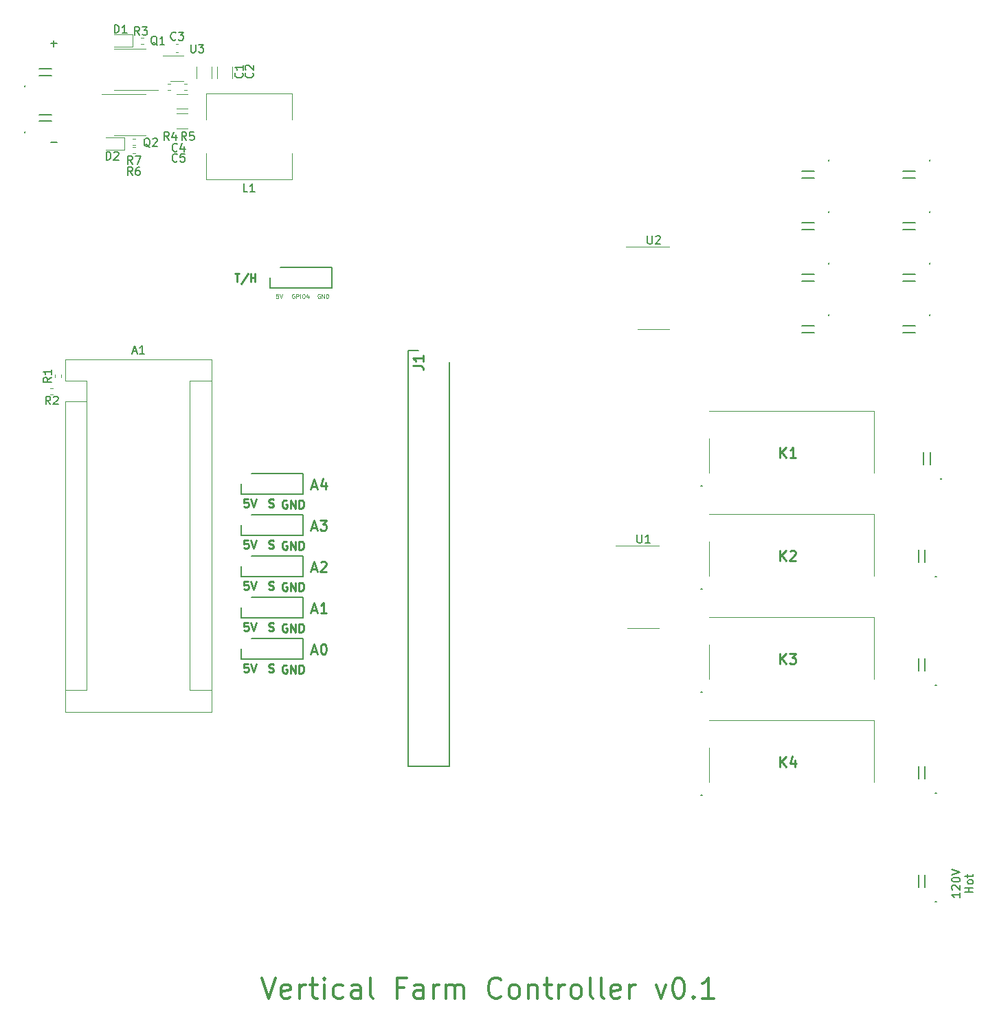
<source format=gbr>
%TF.GenerationSoftware,KiCad,Pcbnew,6.0.8-f2edbf62ab~116~ubuntu20.04.1*%
%TF.CreationDate,2022-10-25T18:56:43-07:00*%
%TF.ProjectId,Control_Board,436f6e74-726f-46c5-9f42-6f6172642e6b,rev?*%
%TF.SameCoordinates,Original*%
%TF.FileFunction,Legend,Top*%
%TF.FilePolarity,Positive*%
%FSLAX46Y46*%
G04 Gerber Fmt 4.6, Leading zero omitted, Abs format (unit mm)*
G04 Created by KiCad (PCBNEW 6.0.8-f2edbf62ab~116~ubuntu20.04.1) date 2022-10-25 18:56:43*
%MOMM*%
%LPD*%
G01*
G04 APERTURE LIST*
%ADD10C,0.250000*%
%ADD11C,0.300000*%
%ADD12C,0.125000*%
%ADD13C,0.150000*%
%ADD14C,0.254000*%
%ADD15C,0.200000*%
%ADD16C,0.120000*%
%ADD17C,0.100000*%
G04 APERTURE END LIST*
D10*
X68135523Y-102195380D02*
X67659333Y-102195380D01*
X67611714Y-102671571D01*
X67659333Y-102623952D01*
X67754571Y-102576333D01*
X67992666Y-102576333D01*
X68087904Y-102623952D01*
X68135523Y-102671571D01*
X68183142Y-102766809D01*
X68183142Y-103004904D01*
X68135523Y-103100142D01*
X68087904Y-103147761D01*
X67992666Y-103195380D01*
X67754571Y-103195380D01*
X67659333Y-103147761D01*
X67611714Y-103100142D01*
X68468857Y-102195380D02*
X68802190Y-103195380D01*
X69135523Y-102195380D01*
X68135523Y-92035380D02*
X67659333Y-92035380D01*
X67611714Y-92511571D01*
X67659333Y-92463952D01*
X67754571Y-92416333D01*
X67992666Y-92416333D01*
X68087904Y-92463952D01*
X68135523Y-92511571D01*
X68183142Y-92606809D01*
X68183142Y-92844904D01*
X68135523Y-92940142D01*
X68087904Y-92987761D01*
X67992666Y-93035380D01*
X67754571Y-93035380D01*
X67659333Y-92987761D01*
X67611714Y-92940142D01*
X68468857Y-92035380D02*
X68802190Y-93035380D01*
X69135523Y-92035380D01*
D11*
X69789523Y-151009047D02*
X70636190Y-153549047D01*
X71482857Y-151009047D01*
X73297142Y-153428095D02*
X73055238Y-153549047D01*
X72571428Y-153549047D01*
X72329523Y-153428095D01*
X72208571Y-153186190D01*
X72208571Y-152218571D01*
X72329523Y-151976666D01*
X72571428Y-151855714D01*
X73055238Y-151855714D01*
X73297142Y-151976666D01*
X73418095Y-152218571D01*
X73418095Y-152460476D01*
X72208571Y-152702380D01*
X74506666Y-153549047D02*
X74506666Y-151855714D01*
X74506666Y-152339523D02*
X74627619Y-152097619D01*
X74748571Y-151976666D01*
X74990476Y-151855714D01*
X75232380Y-151855714D01*
X75716190Y-151855714D02*
X76683809Y-151855714D01*
X76079047Y-151009047D02*
X76079047Y-153186190D01*
X76200000Y-153428095D01*
X76441904Y-153549047D01*
X76683809Y-153549047D01*
X77530476Y-153549047D02*
X77530476Y-151855714D01*
X77530476Y-151009047D02*
X77409523Y-151130000D01*
X77530476Y-151250952D01*
X77651428Y-151130000D01*
X77530476Y-151009047D01*
X77530476Y-151250952D01*
X79828571Y-153428095D02*
X79586666Y-153549047D01*
X79102857Y-153549047D01*
X78860952Y-153428095D01*
X78740000Y-153307142D01*
X78619047Y-153065238D01*
X78619047Y-152339523D01*
X78740000Y-152097619D01*
X78860952Y-151976666D01*
X79102857Y-151855714D01*
X79586666Y-151855714D01*
X79828571Y-151976666D01*
X82005714Y-153549047D02*
X82005714Y-152218571D01*
X81884761Y-151976666D01*
X81642857Y-151855714D01*
X81159047Y-151855714D01*
X80917142Y-151976666D01*
X82005714Y-153428095D02*
X81763809Y-153549047D01*
X81159047Y-153549047D01*
X80917142Y-153428095D01*
X80796190Y-153186190D01*
X80796190Y-152944285D01*
X80917142Y-152702380D01*
X81159047Y-152581428D01*
X81763809Y-152581428D01*
X82005714Y-152460476D01*
X83578095Y-153549047D02*
X83336190Y-153428095D01*
X83215238Y-153186190D01*
X83215238Y-151009047D01*
X87327619Y-152218571D02*
X86480952Y-152218571D01*
X86480952Y-153549047D02*
X86480952Y-151009047D01*
X87690476Y-151009047D01*
X89746666Y-153549047D02*
X89746666Y-152218571D01*
X89625714Y-151976666D01*
X89383809Y-151855714D01*
X88900000Y-151855714D01*
X88658095Y-151976666D01*
X89746666Y-153428095D02*
X89504761Y-153549047D01*
X88900000Y-153549047D01*
X88658095Y-153428095D01*
X88537142Y-153186190D01*
X88537142Y-152944285D01*
X88658095Y-152702380D01*
X88900000Y-152581428D01*
X89504761Y-152581428D01*
X89746666Y-152460476D01*
X90956190Y-153549047D02*
X90956190Y-151855714D01*
X90956190Y-152339523D02*
X91077142Y-152097619D01*
X91198095Y-151976666D01*
X91440000Y-151855714D01*
X91681904Y-151855714D01*
X92528571Y-153549047D02*
X92528571Y-151855714D01*
X92528571Y-152097619D02*
X92649523Y-151976666D01*
X92891428Y-151855714D01*
X93254285Y-151855714D01*
X93496190Y-151976666D01*
X93617142Y-152218571D01*
X93617142Y-153549047D01*
X93617142Y-152218571D02*
X93738095Y-151976666D01*
X93980000Y-151855714D01*
X94342857Y-151855714D01*
X94584761Y-151976666D01*
X94705714Y-152218571D01*
X94705714Y-153549047D01*
X99301904Y-153307142D02*
X99180952Y-153428095D01*
X98818095Y-153549047D01*
X98576190Y-153549047D01*
X98213333Y-153428095D01*
X97971428Y-153186190D01*
X97850476Y-152944285D01*
X97729523Y-152460476D01*
X97729523Y-152097619D01*
X97850476Y-151613809D01*
X97971428Y-151371904D01*
X98213333Y-151130000D01*
X98576190Y-151009047D01*
X98818095Y-151009047D01*
X99180952Y-151130000D01*
X99301904Y-151250952D01*
X100753333Y-153549047D02*
X100511428Y-153428095D01*
X100390476Y-153307142D01*
X100269523Y-153065238D01*
X100269523Y-152339523D01*
X100390476Y-152097619D01*
X100511428Y-151976666D01*
X100753333Y-151855714D01*
X101116190Y-151855714D01*
X101358095Y-151976666D01*
X101479047Y-152097619D01*
X101600000Y-152339523D01*
X101600000Y-153065238D01*
X101479047Y-153307142D01*
X101358095Y-153428095D01*
X101116190Y-153549047D01*
X100753333Y-153549047D01*
X102688571Y-151855714D02*
X102688571Y-153549047D01*
X102688571Y-152097619D02*
X102809523Y-151976666D01*
X103051428Y-151855714D01*
X103414285Y-151855714D01*
X103656190Y-151976666D01*
X103777142Y-152218571D01*
X103777142Y-153549047D01*
X104623809Y-151855714D02*
X105591428Y-151855714D01*
X104986666Y-151009047D02*
X104986666Y-153186190D01*
X105107619Y-153428095D01*
X105349523Y-153549047D01*
X105591428Y-153549047D01*
X106438095Y-153549047D02*
X106438095Y-151855714D01*
X106438095Y-152339523D02*
X106559047Y-152097619D01*
X106680000Y-151976666D01*
X106921904Y-151855714D01*
X107163809Y-151855714D01*
X108373333Y-153549047D02*
X108131428Y-153428095D01*
X108010476Y-153307142D01*
X107889523Y-153065238D01*
X107889523Y-152339523D01*
X108010476Y-152097619D01*
X108131428Y-151976666D01*
X108373333Y-151855714D01*
X108736190Y-151855714D01*
X108978095Y-151976666D01*
X109099047Y-152097619D01*
X109220000Y-152339523D01*
X109220000Y-153065238D01*
X109099047Y-153307142D01*
X108978095Y-153428095D01*
X108736190Y-153549047D01*
X108373333Y-153549047D01*
X110671428Y-153549047D02*
X110429523Y-153428095D01*
X110308571Y-153186190D01*
X110308571Y-151009047D01*
X112001904Y-153549047D02*
X111760000Y-153428095D01*
X111639047Y-153186190D01*
X111639047Y-151009047D01*
X113937142Y-153428095D02*
X113695238Y-153549047D01*
X113211428Y-153549047D01*
X112969523Y-153428095D01*
X112848571Y-153186190D01*
X112848571Y-152218571D01*
X112969523Y-151976666D01*
X113211428Y-151855714D01*
X113695238Y-151855714D01*
X113937142Y-151976666D01*
X114058095Y-152218571D01*
X114058095Y-152460476D01*
X112848571Y-152702380D01*
X115146666Y-153549047D02*
X115146666Y-151855714D01*
X115146666Y-152339523D02*
X115267619Y-152097619D01*
X115388571Y-151976666D01*
X115630476Y-151855714D01*
X115872380Y-151855714D01*
X118412380Y-151855714D02*
X119017142Y-153549047D01*
X119621904Y-151855714D01*
X121073333Y-151009047D02*
X121315238Y-151009047D01*
X121557142Y-151130000D01*
X121678095Y-151250952D01*
X121799047Y-151492857D01*
X121920000Y-151976666D01*
X121920000Y-152581428D01*
X121799047Y-153065238D01*
X121678095Y-153307142D01*
X121557142Y-153428095D01*
X121315238Y-153549047D01*
X121073333Y-153549047D01*
X120831428Y-153428095D01*
X120710476Y-153307142D01*
X120589523Y-153065238D01*
X120468571Y-152581428D01*
X120468571Y-151976666D01*
X120589523Y-151492857D01*
X120710476Y-151250952D01*
X120831428Y-151130000D01*
X121073333Y-151009047D01*
X123008571Y-153307142D02*
X123129523Y-153428095D01*
X123008571Y-153549047D01*
X122887619Y-153428095D01*
X123008571Y-153307142D01*
X123008571Y-153549047D01*
X125548571Y-153549047D02*
X124097142Y-153549047D01*
X124822857Y-153549047D02*
X124822857Y-151009047D01*
X124580952Y-151371904D01*
X124339047Y-151613809D01*
X124097142Y-151734761D01*
D12*
X76987447Y-66806000D02*
X76939828Y-66782190D01*
X76868400Y-66782190D01*
X76796971Y-66806000D01*
X76749352Y-66853619D01*
X76725542Y-66901238D01*
X76701733Y-66996476D01*
X76701733Y-67067904D01*
X76725542Y-67163142D01*
X76749352Y-67210761D01*
X76796971Y-67258380D01*
X76868400Y-67282190D01*
X76916019Y-67282190D01*
X76987447Y-67258380D01*
X77011257Y-67234571D01*
X77011257Y-67067904D01*
X76916019Y-67067904D01*
X77225542Y-67282190D02*
X77225542Y-66782190D01*
X77511257Y-67282190D01*
X77511257Y-66782190D01*
X77749352Y-67282190D02*
X77749352Y-66782190D01*
X77868400Y-66782190D01*
X77939828Y-66806000D01*
X77987447Y-66853619D01*
X78011257Y-66901238D01*
X78035066Y-66996476D01*
X78035066Y-67067904D01*
X78011257Y-67163142D01*
X77987447Y-67210761D01*
X77939828Y-67258380D01*
X77868400Y-67282190D01*
X77749352Y-67282190D01*
D10*
X70707285Y-103147761D02*
X70850142Y-103195380D01*
X71088238Y-103195380D01*
X71183476Y-103147761D01*
X71231095Y-103100142D01*
X71278714Y-103004904D01*
X71278714Y-102909666D01*
X71231095Y-102814428D01*
X71183476Y-102766809D01*
X71088238Y-102719190D01*
X70897761Y-102671571D01*
X70802523Y-102623952D01*
X70754904Y-102576333D01*
X70707285Y-102481095D01*
X70707285Y-102385857D01*
X70754904Y-102290619D01*
X70802523Y-102243000D01*
X70897761Y-102195380D01*
X71135857Y-102195380D01*
X71278714Y-102243000D01*
X70707285Y-92987761D02*
X70850142Y-93035380D01*
X71088238Y-93035380D01*
X71183476Y-92987761D01*
X71231095Y-92940142D01*
X71278714Y-92844904D01*
X71278714Y-92749666D01*
X71231095Y-92654428D01*
X71183476Y-92606809D01*
X71088238Y-92559190D01*
X70897761Y-92511571D01*
X70802523Y-92463952D01*
X70754904Y-92416333D01*
X70707285Y-92321095D01*
X70707285Y-92225857D01*
X70754904Y-92130619D01*
X70802523Y-92083000D01*
X70897761Y-92035380D01*
X71135857Y-92035380D01*
X71278714Y-92083000D01*
X72898095Y-107450000D02*
X72802857Y-107402380D01*
X72660000Y-107402380D01*
X72517142Y-107450000D01*
X72421904Y-107545238D01*
X72374285Y-107640476D01*
X72326666Y-107830952D01*
X72326666Y-107973809D01*
X72374285Y-108164285D01*
X72421904Y-108259523D01*
X72517142Y-108354761D01*
X72660000Y-108402380D01*
X72755238Y-108402380D01*
X72898095Y-108354761D01*
X72945714Y-108307142D01*
X72945714Y-107973809D01*
X72755238Y-107973809D01*
X73374285Y-108402380D02*
X73374285Y-107402380D01*
X73945714Y-108402380D01*
X73945714Y-107402380D01*
X74421904Y-108402380D02*
X74421904Y-107402380D01*
X74660000Y-107402380D01*
X74802857Y-107450000D01*
X74898095Y-107545238D01*
X74945714Y-107640476D01*
X74993333Y-107830952D01*
X74993333Y-107973809D01*
X74945714Y-108164285D01*
X74898095Y-108259523D01*
X74802857Y-108354761D01*
X74660000Y-108402380D01*
X74421904Y-108402380D01*
X72898095Y-92210000D02*
X72802857Y-92162380D01*
X72660000Y-92162380D01*
X72517142Y-92210000D01*
X72421904Y-92305238D01*
X72374285Y-92400476D01*
X72326666Y-92590952D01*
X72326666Y-92733809D01*
X72374285Y-92924285D01*
X72421904Y-93019523D01*
X72517142Y-93114761D01*
X72660000Y-93162380D01*
X72755238Y-93162380D01*
X72898095Y-93114761D01*
X72945714Y-93067142D01*
X72945714Y-92733809D01*
X72755238Y-92733809D01*
X73374285Y-93162380D02*
X73374285Y-92162380D01*
X73945714Y-93162380D01*
X73945714Y-92162380D01*
X74421904Y-93162380D02*
X74421904Y-92162380D01*
X74660000Y-92162380D01*
X74802857Y-92210000D01*
X74898095Y-92305238D01*
X74945714Y-92400476D01*
X74993333Y-92590952D01*
X74993333Y-92733809D01*
X74945714Y-92924285D01*
X74898095Y-93019523D01*
X74802857Y-93114761D01*
X74660000Y-93162380D01*
X74421904Y-93162380D01*
X70707285Y-108227761D02*
X70850142Y-108275380D01*
X71088238Y-108275380D01*
X71183476Y-108227761D01*
X71231095Y-108180142D01*
X71278714Y-108084904D01*
X71278714Y-107989666D01*
X71231095Y-107894428D01*
X71183476Y-107846809D01*
X71088238Y-107799190D01*
X70897761Y-107751571D01*
X70802523Y-107703952D01*
X70754904Y-107656333D01*
X70707285Y-107561095D01*
X70707285Y-107465857D01*
X70754904Y-107370619D01*
X70802523Y-107323000D01*
X70897761Y-107275380D01*
X71135857Y-107275380D01*
X71278714Y-107323000D01*
X72898095Y-97290000D02*
X72802857Y-97242380D01*
X72660000Y-97242380D01*
X72517142Y-97290000D01*
X72421904Y-97385238D01*
X72374285Y-97480476D01*
X72326666Y-97670952D01*
X72326666Y-97813809D01*
X72374285Y-98004285D01*
X72421904Y-98099523D01*
X72517142Y-98194761D01*
X72660000Y-98242380D01*
X72755238Y-98242380D01*
X72898095Y-98194761D01*
X72945714Y-98147142D01*
X72945714Y-97813809D01*
X72755238Y-97813809D01*
X73374285Y-98242380D02*
X73374285Y-97242380D01*
X73945714Y-98242380D01*
X73945714Y-97242380D01*
X74421904Y-98242380D02*
X74421904Y-97242380D01*
X74660000Y-97242380D01*
X74802857Y-97290000D01*
X74898095Y-97385238D01*
X74945714Y-97480476D01*
X74993333Y-97670952D01*
X74993333Y-97813809D01*
X74945714Y-98004285D01*
X74898095Y-98099523D01*
X74802857Y-98194761D01*
X74660000Y-98242380D01*
X74421904Y-98242380D01*
X68135523Y-97115380D02*
X67659333Y-97115380D01*
X67611714Y-97591571D01*
X67659333Y-97543952D01*
X67754571Y-97496333D01*
X67992666Y-97496333D01*
X68087904Y-97543952D01*
X68135523Y-97591571D01*
X68183142Y-97686809D01*
X68183142Y-97924904D01*
X68135523Y-98020142D01*
X68087904Y-98067761D01*
X67992666Y-98115380D01*
X67754571Y-98115380D01*
X67659333Y-98067761D01*
X67611714Y-98020142D01*
X68468857Y-97115380D02*
X68802190Y-98115380D01*
X69135523Y-97115380D01*
X72898095Y-102370000D02*
X72802857Y-102322380D01*
X72660000Y-102322380D01*
X72517142Y-102370000D01*
X72421904Y-102465238D01*
X72374285Y-102560476D01*
X72326666Y-102750952D01*
X72326666Y-102893809D01*
X72374285Y-103084285D01*
X72421904Y-103179523D01*
X72517142Y-103274761D01*
X72660000Y-103322380D01*
X72755238Y-103322380D01*
X72898095Y-103274761D01*
X72945714Y-103227142D01*
X72945714Y-102893809D01*
X72755238Y-102893809D01*
X73374285Y-103322380D02*
X73374285Y-102322380D01*
X73945714Y-103322380D01*
X73945714Y-102322380D01*
X74421904Y-103322380D02*
X74421904Y-102322380D01*
X74660000Y-102322380D01*
X74802857Y-102370000D01*
X74898095Y-102465238D01*
X74945714Y-102560476D01*
X74993333Y-102750952D01*
X74993333Y-102893809D01*
X74945714Y-103084285D01*
X74898095Y-103179523D01*
X74802857Y-103274761D01*
X74660000Y-103322380D01*
X74421904Y-103322380D01*
D13*
X155857380Y-140541238D02*
X155857380Y-141112666D01*
X155857380Y-140826952D02*
X154857380Y-140826952D01*
X155000238Y-140922190D01*
X155095476Y-141017428D01*
X155143095Y-141112666D01*
X154952619Y-140160285D02*
X154905000Y-140112666D01*
X154857380Y-140017428D01*
X154857380Y-139779333D01*
X154905000Y-139684095D01*
X154952619Y-139636476D01*
X155047857Y-139588857D01*
X155143095Y-139588857D01*
X155285952Y-139636476D01*
X155857380Y-140207904D01*
X155857380Y-139588857D01*
X154857380Y-138969809D02*
X154857380Y-138874571D01*
X154905000Y-138779333D01*
X154952619Y-138731714D01*
X155047857Y-138684095D01*
X155238333Y-138636476D01*
X155476428Y-138636476D01*
X155666904Y-138684095D01*
X155762142Y-138731714D01*
X155809761Y-138779333D01*
X155857380Y-138874571D01*
X155857380Y-138969809D01*
X155809761Y-139065047D01*
X155762142Y-139112666D01*
X155666904Y-139160285D01*
X155476428Y-139207904D01*
X155238333Y-139207904D01*
X155047857Y-139160285D01*
X154952619Y-139112666D01*
X154905000Y-139065047D01*
X154857380Y-138969809D01*
X154857380Y-138350761D02*
X155857380Y-138017428D01*
X154857380Y-137684095D01*
X157467380Y-140469809D02*
X156467380Y-140469809D01*
X156943571Y-140469809D02*
X156943571Y-139898380D01*
X157467380Y-139898380D02*
X156467380Y-139898380D01*
X157467380Y-139279333D02*
X157419761Y-139374571D01*
X157372142Y-139422190D01*
X157276904Y-139469809D01*
X156991190Y-139469809D01*
X156895952Y-139422190D01*
X156848333Y-139374571D01*
X156800714Y-139279333D01*
X156800714Y-139136476D01*
X156848333Y-139041238D01*
X156895952Y-138993619D01*
X156991190Y-138946000D01*
X157276904Y-138946000D01*
X157372142Y-138993619D01*
X157419761Y-139041238D01*
X157467380Y-139136476D01*
X157467380Y-139279333D01*
X156800714Y-138660285D02*
X156800714Y-138279333D01*
X156467380Y-138517428D02*
X157324523Y-138517428D01*
X157419761Y-138469809D01*
X157467380Y-138374571D01*
X157467380Y-138279333D01*
D10*
X68135523Y-107275380D02*
X67659333Y-107275380D01*
X67611714Y-107751571D01*
X67659333Y-107703952D01*
X67754571Y-107656333D01*
X67992666Y-107656333D01*
X68087904Y-107703952D01*
X68135523Y-107751571D01*
X68183142Y-107846809D01*
X68183142Y-108084904D01*
X68135523Y-108180142D01*
X68087904Y-108227761D01*
X67992666Y-108275380D01*
X67754571Y-108275380D01*
X67659333Y-108227761D01*
X67611714Y-108180142D01*
X68468857Y-107275380D02*
X68802190Y-108275380D01*
X69135523Y-107275380D01*
X70707285Y-98067761D02*
X70850142Y-98115380D01*
X71088238Y-98115380D01*
X71183476Y-98067761D01*
X71231095Y-98020142D01*
X71278714Y-97924904D01*
X71278714Y-97829666D01*
X71231095Y-97734428D01*
X71183476Y-97686809D01*
X71088238Y-97639190D01*
X70897761Y-97591571D01*
X70802523Y-97543952D01*
X70754904Y-97496333D01*
X70707285Y-97401095D01*
X70707285Y-97305857D01*
X70754904Y-97210619D01*
X70802523Y-97163000D01*
X70897761Y-97115380D01*
X71135857Y-97115380D01*
X71278714Y-97163000D01*
D12*
X73836304Y-66806000D02*
X73788685Y-66782190D01*
X73717257Y-66782190D01*
X73645828Y-66806000D01*
X73598209Y-66853619D01*
X73574400Y-66901238D01*
X73550590Y-66996476D01*
X73550590Y-67067904D01*
X73574400Y-67163142D01*
X73598209Y-67210761D01*
X73645828Y-67258380D01*
X73717257Y-67282190D01*
X73764876Y-67282190D01*
X73836304Y-67258380D01*
X73860114Y-67234571D01*
X73860114Y-67067904D01*
X73764876Y-67067904D01*
X74074400Y-67282190D02*
X74074400Y-66782190D01*
X74264876Y-66782190D01*
X74312495Y-66806000D01*
X74336304Y-66829809D01*
X74360114Y-66877428D01*
X74360114Y-66948857D01*
X74336304Y-66996476D01*
X74312495Y-67020285D01*
X74264876Y-67044095D01*
X74074400Y-67044095D01*
X74574400Y-67282190D02*
X74574400Y-66782190D01*
X74907733Y-66782190D02*
X75002971Y-66782190D01*
X75050590Y-66806000D01*
X75098209Y-66853619D01*
X75122019Y-66948857D01*
X75122019Y-67115523D01*
X75098209Y-67210761D01*
X75050590Y-67258380D01*
X75002971Y-67282190D01*
X74907733Y-67282190D01*
X74860114Y-67258380D01*
X74812495Y-67210761D01*
X74788685Y-67115523D01*
X74788685Y-66948857D01*
X74812495Y-66853619D01*
X74860114Y-66806000D01*
X74907733Y-66782190D01*
X75550590Y-66948857D02*
X75550590Y-67282190D01*
X75431542Y-66758380D02*
X75312495Y-67115523D01*
X75622019Y-67115523D01*
D10*
X70707285Y-113307761D02*
X70850142Y-113355380D01*
X71088238Y-113355380D01*
X71183476Y-113307761D01*
X71231095Y-113260142D01*
X71278714Y-113164904D01*
X71278714Y-113069666D01*
X71231095Y-112974428D01*
X71183476Y-112926809D01*
X71088238Y-112879190D01*
X70897761Y-112831571D01*
X70802523Y-112783952D01*
X70754904Y-112736333D01*
X70707285Y-112641095D01*
X70707285Y-112545857D01*
X70754904Y-112450619D01*
X70802523Y-112403000D01*
X70897761Y-112355380D01*
X71135857Y-112355380D01*
X71278714Y-112403000D01*
X68135523Y-112355380D02*
X67659333Y-112355380D01*
X67611714Y-112831571D01*
X67659333Y-112783952D01*
X67754571Y-112736333D01*
X67992666Y-112736333D01*
X68087904Y-112783952D01*
X68135523Y-112831571D01*
X68183142Y-112926809D01*
X68183142Y-113164904D01*
X68135523Y-113260142D01*
X68087904Y-113307761D01*
X67992666Y-113355380D01*
X67754571Y-113355380D01*
X67659333Y-113307761D01*
X67611714Y-113260142D01*
X68468857Y-112355380D02*
X68802190Y-113355380D01*
X69135523Y-112355380D01*
D12*
X71837561Y-66782190D02*
X71599466Y-66782190D01*
X71575657Y-67020285D01*
X71599466Y-66996476D01*
X71647085Y-66972666D01*
X71766133Y-66972666D01*
X71813752Y-66996476D01*
X71837561Y-67020285D01*
X71861371Y-67067904D01*
X71861371Y-67186952D01*
X71837561Y-67234571D01*
X71813752Y-67258380D01*
X71766133Y-67282190D01*
X71647085Y-67282190D01*
X71599466Y-67258380D01*
X71575657Y-67234571D01*
X72004228Y-66782190D02*
X72170895Y-67282190D01*
X72337561Y-66782190D01*
D10*
X72898095Y-112530000D02*
X72802857Y-112482380D01*
X72660000Y-112482380D01*
X72517142Y-112530000D01*
X72421904Y-112625238D01*
X72374285Y-112720476D01*
X72326666Y-112910952D01*
X72326666Y-113053809D01*
X72374285Y-113244285D01*
X72421904Y-113339523D01*
X72517142Y-113434761D01*
X72660000Y-113482380D01*
X72755238Y-113482380D01*
X72898095Y-113434761D01*
X72945714Y-113387142D01*
X72945714Y-113053809D01*
X72755238Y-113053809D01*
X73374285Y-113482380D02*
X73374285Y-112482380D01*
X73945714Y-113482380D01*
X73945714Y-112482380D01*
X74421904Y-113482380D02*
X74421904Y-112482380D01*
X74660000Y-112482380D01*
X74802857Y-112530000D01*
X74898095Y-112625238D01*
X74945714Y-112720476D01*
X74993333Y-112910952D01*
X74993333Y-113053809D01*
X74945714Y-113244285D01*
X74898095Y-113339523D01*
X74802857Y-113434761D01*
X74660000Y-113482380D01*
X74421904Y-113482380D01*
D13*
X43815047Y-35885428D02*
X44576952Y-35885428D01*
X44196000Y-36266380D02*
X44196000Y-35504476D01*
X43815047Y-48077428D02*
X44576952Y-48077428D01*
D14*
%TO.C,A4*%
X75978657Y-90457866D02*
X76583419Y-90457866D01*
X75857704Y-90820723D02*
X76281038Y-89550723D01*
X76704371Y-90820723D01*
X77671990Y-89974057D02*
X77671990Y-90820723D01*
X77369609Y-89490247D02*
X77067228Y-90397390D01*
X77853419Y-90397390D01*
D13*
%TO.C,A1*%
X53905714Y-73826666D02*
X54381904Y-73826666D01*
X53810476Y-74112380D02*
X54143809Y-73112380D01*
X54477142Y-74112380D01*
X55334285Y-74112380D02*
X54762857Y-74112380D01*
X55048571Y-74112380D02*
X55048571Y-73112380D01*
X54953333Y-73255238D01*
X54858095Y-73350476D01*
X54762857Y-73398095D01*
%TO.C,L1*%
X68081333Y-54173380D02*
X67605142Y-54173380D01*
X67605142Y-53173380D01*
X68938476Y-54173380D02*
X68367047Y-54173380D01*
X68652761Y-54173380D02*
X68652761Y-53173380D01*
X68557523Y-53316238D01*
X68462285Y-53411476D01*
X68367047Y-53459095D01*
%TO.C,C2*%
X68683142Y-39536666D02*
X68730761Y-39584285D01*
X68778380Y-39727142D01*
X68778380Y-39822380D01*
X68730761Y-39965238D01*
X68635523Y-40060476D01*
X68540285Y-40108095D01*
X68349809Y-40155714D01*
X68206952Y-40155714D01*
X68016476Y-40108095D01*
X67921238Y-40060476D01*
X67826000Y-39965238D01*
X67778380Y-39822380D01*
X67778380Y-39727142D01*
X67826000Y-39584285D01*
X67873619Y-39536666D01*
X67873619Y-39155714D02*
X67826000Y-39108095D01*
X67778380Y-39012857D01*
X67778380Y-38774761D01*
X67826000Y-38679523D01*
X67873619Y-38631904D01*
X67968857Y-38584285D01*
X68064095Y-38584285D01*
X68206952Y-38631904D01*
X68778380Y-39203333D01*
X68778380Y-38584285D01*
%TO.C,R6*%
X53886333Y-52141380D02*
X53553000Y-51665190D01*
X53314904Y-52141380D02*
X53314904Y-51141380D01*
X53695857Y-51141380D01*
X53791095Y-51189000D01*
X53838714Y-51236619D01*
X53886333Y-51331857D01*
X53886333Y-51474714D01*
X53838714Y-51569952D01*
X53791095Y-51617571D01*
X53695857Y-51665190D01*
X53314904Y-51665190D01*
X54743476Y-51141380D02*
X54553000Y-51141380D01*
X54457761Y-51189000D01*
X54410142Y-51236619D01*
X54314904Y-51379476D01*
X54267285Y-51569952D01*
X54267285Y-51950904D01*
X54314904Y-52046142D01*
X54362523Y-52093761D01*
X54457761Y-52141380D01*
X54648238Y-52141380D01*
X54743476Y-52093761D01*
X54791095Y-52046142D01*
X54838714Y-51950904D01*
X54838714Y-51712809D01*
X54791095Y-51617571D01*
X54743476Y-51569952D01*
X54648238Y-51522333D01*
X54457761Y-51522333D01*
X54362523Y-51569952D01*
X54314904Y-51617571D01*
X54267285Y-51712809D01*
D14*
%TO.C,K2*%
X133682619Y-99634523D02*
X133682619Y-98364523D01*
X134408333Y-99634523D02*
X133864047Y-98908809D01*
X134408333Y-98364523D02*
X133682619Y-99090238D01*
X134892142Y-98485476D02*
X134952619Y-98425000D01*
X135073571Y-98364523D01*
X135375952Y-98364523D01*
X135496904Y-98425000D01*
X135557380Y-98485476D01*
X135617857Y-98606428D01*
X135617857Y-98727380D01*
X135557380Y-98908809D01*
X134831666Y-99634523D01*
X135617857Y-99634523D01*
%TO.C,A0*%
X75978657Y-110777866D02*
X76583419Y-110777866D01*
X75857704Y-111140723D02*
X76281038Y-109870723D01*
X76704371Y-111140723D01*
X77369609Y-109870723D02*
X77490561Y-109870723D01*
X77611514Y-109931200D01*
X77671990Y-109991676D01*
X77732466Y-110112628D01*
X77792942Y-110354533D01*
X77792942Y-110656914D01*
X77732466Y-110898819D01*
X77671990Y-111019771D01*
X77611514Y-111080247D01*
X77490561Y-111140723D01*
X77369609Y-111140723D01*
X77248657Y-111080247D01*
X77188180Y-111019771D01*
X77127704Y-110898819D01*
X77067228Y-110656914D01*
X77067228Y-110354533D01*
X77127704Y-110112628D01*
X77188180Y-109991676D01*
X77248657Y-109931200D01*
X77369609Y-109870723D01*
D13*
%TO.C,R2*%
X43775333Y-80362380D02*
X43442000Y-79886190D01*
X43203904Y-80362380D02*
X43203904Y-79362380D01*
X43584857Y-79362380D01*
X43680095Y-79410000D01*
X43727714Y-79457619D01*
X43775333Y-79552857D01*
X43775333Y-79695714D01*
X43727714Y-79790952D01*
X43680095Y-79838571D01*
X43584857Y-79886190D01*
X43203904Y-79886190D01*
X44156285Y-79457619D02*
X44203904Y-79410000D01*
X44299142Y-79362380D01*
X44537238Y-79362380D01*
X44632476Y-79410000D01*
X44680095Y-79457619D01*
X44727714Y-79552857D01*
X44727714Y-79648095D01*
X44680095Y-79790952D01*
X44108666Y-80362380D01*
X44727714Y-80362380D01*
%TO.C,D2*%
X50647904Y-50236380D02*
X50647904Y-49236380D01*
X50886000Y-49236380D01*
X51028857Y-49284000D01*
X51124095Y-49379238D01*
X51171714Y-49474476D01*
X51219333Y-49664952D01*
X51219333Y-49807809D01*
X51171714Y-49998285D01*
X51124095Y-50093523D01*
X51028857Y-50188761D01*
X50886000Y-50236380D01*
X50647904Y-50236380D01*
X51600285Y-49331619D02*
X51647904Y-49284000D01*
X51743142Y-49236380D01*
X51981238Y-49236380D01*
X52076476Y-49284000D01*
X52124095Y-49331619D01*
X52171714Y-49426857D01*
X52171714Y-49522095D01*
X52124095Y-49664952D01*
X51552666Y-50236380D01*
X52171714Y-50236380D01*
%TO.C,C5*%
X59396333Y-50395142D02*
X59348714Y-50442761D01*
X59205857Y-50490380D01*
X59110619Y-50490380D01*
X58967761Y-50442761D01*
X58872523Y-50347523D01*
X58824904Y-50252285D01*
X58777285Y-50061809D01*
X58777285Y-49918952D01*
X58824904Y-49728476D01*
X58872523Y-49633238D01*
X58967761Y-49538000D01*
X59110619Y-49490380D01*
X59205857Y-49490380D01*
X59348714Y-49538000D01*
X59396333Y-49585619D01*
X60301095Y-49490380D02*
X59824904Y-49490380D01*
X59777285Y-49966571D01*
X59824904Y-49918952D01*
X59920142Y-49871333D01*
X60158238Y-49871333D01*
X60253476Y-49918952D01*
X60301095Y-49966571D01*
X60348714Y-50061809D01*
X60348714Y-50299904D01*
X60301095Y-50395142D01*
X60253476Y-50442761D01*
X60158238Y-50490380D01*
X59920142Y-50490380D01*
X59824904Y-50442761D01*
X59777285Y-50395142D01*
%TO.C,Q2*%
X56038761Y-48680619D02*
X55943523Y-48633000D01*
X55848285Y-48537761D01*
X55705428Y-48394904D01*
X55610190Y-48347285D01*
X55514952Y-48347285D01*
X55562571Y-48585380D02*
X55467333Y-48537761D01*
X55372095Y-48442523D01*
X55324476Y-48252047D01*
X55324476Y-47918714D01*
X55372095Y-47728238D01*
X55467333Y-47633000D01*
X55562571Y-47585380D01*
X55753047Y-47585380D01*
X55848285Y-47633000D01*
X55943523Y-47728238D01*
X55991142Y-47918714D01*
X55991142Y-48252047D01*
X55943523Y-48442523D01*
X55848285Y-48537761D01*
X55753047Y-48585380D01*
X55562571Y-48585380D01*
X56372095Y-47680619D02*
X56419714Y-47633000D01*
X56514952Y-47585380D01*
X56753047Y-47585380D01*
X56848285Y-47633000D01*
X56895904Y-47680619D01*
X56943523Y-47775857D01*
X56943523Y-47871095D01*
X56895904Y-48013952D01*
X56324476Y-48585380D01*
X56943523Y-48585380D01*
%TO.C,R7*%
X53886333Y-50744380D02*
X53553000Y-50268190D01*
X53314904Y-50744380D02*
X53314904Y-49744380D01*
X53695857Y-49744380D01*
X53791095Y-49792000D01*
X53838714Y-49839619D01*
X53886333Y-49934857D01*
X53886333Y-50077714D01*
X53838714Y-50172952D01*
X53791095Y-50220571D01*
X53695857Y-50268190D01*
X53314904Y-50268190D01*
X54219666Y-49744380D02*
X54886333Y-49744380D01*
X54457761Y-50744380D01*
%TO.C,R4*%
X58380333Y-47823380D02*
X58047000Y-47347190D01*
X57808904Y-47823380D02*
X57808904Y-46823380D01*
X58189857Y-46823380D01*
X58285095Y-46871000D01*
X58332714Y-46918619D01*
X58380333Y-47013857D01*
X58380333Y-47156714D01*
X58332714Y-47251952D01*
X58285095Y-47299571D01*
X58189857Y-47347190D01*
X57808904Y-47347190D01*
X59237476Y-47156714D02*
X59237476Y-47823380D01*
X58999380Y-46775761D02*
X58761285Y-47490047D01*
X59380333Y-47490047D01*
D14*
%TO.C,J1*%
X88458523Y-75607333D02*
X89365666Y-75607333D01*
X89547095Y-75667809D01*
X89668047Y-75788761D01*
X89728523Y-75970190D01*
X89728523Y-76091142D01*
X89728523Y-74337333D02*
X89728523Y-75063047D01*
X89728523Y-74700190D02*
X88458523Y-74700190D01*
X88639952Y-74821142D01*
X88760904Y-74942095D01*
X88821380Y-75063047D01*
%TO.C,K3*%
X133682619Y-112334523D02*
X133682619Y-111064523D01*
X134408333Y-112334523D02*
X133864047Y-111608809D01*
X134408333Y-111064523D02*
X133682619Y-111790238D01*
X134831666Y-111064523D02*
X135617857Y-111064523D01*
X135194523Y-111548333D01*
X135375952Y-111548333D01*
X135496904Y-111608809D01*
X135557380Y-111669285D01*
X135617857Y-111790238D01*
X135617857Y-112092619D01*
X135557380Y-112213571D01*
X135496904Y-112274047D01*
X135375952Y-112334523D01*
X135013095Y-112334523D01*
X134892142Y-112274047D01*
X134831666Y-112213571D01*
D13*
%TO.C,D1*%
X51663904Y-34615380D02*
X51663904Y-33615380D01*
X51902000Y-33615380D01*
X52044857Y-33663000D01*
X52140095Y-33758238D01*
X52187714Y-33853476D01*
X52235333Y-34043952D01*
X52235333Y-34186809D01*
X52187714Y-34377285D01*
X52140095Y-34472523D01*
X52044857Y-34567761D01*
X51902000Y-34615380D01*
X51663904Y-34615380D01*
X53187714Y-34615380D02*
X52616285Y-34615380D01*
X52902000Y-34615380D02*
X52902000Y-33615380D01*
X52806761Y-33758238D01*
X52711523Y-33853476D01*
X52616285Y-33901095D01*
%TO.C,R5*%
X60539333Y-47823380D02*
X60206000Y-47347190D01*
X59967904Y-47823380D02*
X59967904Y-46823380D01*
X60348857Y-46823380D01*
X60444095Y-46871000D01*
X60491714Y-46918619D01*
X60539333Y-47013857D01*
X60539333Y-47156714D01*
X60491714Y-47251952D01*
X60444095Y-47299571D01*
X60348857Y-47347190D01*
X59967904Y-47347190D01*
X61444095Y-46823380D02*
X60967904Y-46823380D01*
X60920285Y-47299571D01*
X60967904Y-47251952D01*
X61063142Y-47204333D01*
X61301238Y-47204333D01*
X61396476Y-47251952D01*
X61444095Y-47299571D01*
X61491714Y-47394809D01*
X61491714Y-47632904D01*
X61444095Y-47728142D01*
X61396476Y-47775761D01*
X61301238Y-47823380D01*
X61063142Y-47823380D01*
X60967904Y-47775761D01*
X60920285Y-47728142D01*
D14*
%TO.C,A3*%
X75978657Y-95537866D02*
X76583419Y-95537866D01*
X75857704Y-95900723D02*
X76281038Y-94630723D01*
X76704371Y-95900723D01*
X77006752Y-94630723D02*
X77792942Y-94630723D01*
X77369609Y-95114533D01*
X77551038Y-95114533D01*
X77671990Y-95175009D01*
X77732466Y-95235485D01*
X77792942Y-95356438D01*
X77792942Y-95658819D01*
X77732466Y-95779771D01*
X77671990Y-95840247D01*
X77551038Y-95900723D01*
X77188180Y-95900723D01*
X77067228Y-95840247D01*
X77006752Y-95779771D01*
D13*
%TO.C,U3*%
X61087095Y-36028380D02*
X61087095Y-36837904D01*
X61134714Y-36933142D01*
X61182333Y-36980761D01*
X61277571Y-37028380D01*
X61468047Y-37028380D01*
X61563285Y-36980761D01*
X61610904Y-36933142D01*
X61658523Y-36837904D01*
X61658523Y-36028380D01*
X62039476Y-36028380D02*
X62658523Y-36028380D01*
X62325190Y-36409333D01*
X62468047Y-36409333D01*
X62563285Y-36456952D01*
X62610904Y-36504571D01*
X62658523Y-36599809D01*
X62658523Y-36837904D01*
X62610904Y-36933142D01*
X62563285Y-36980761D01*
X62468047Y-37028380D01*
X62182333Y-37028380D01*
X62087095Y-36980761D01*
X62039476Y-36933142D01*
%TO.C,U2*%
X117348095Y-59592380D02*
X117348095Y-60401904D01*
X117395714Y-60497142D01*
X117443333Y-60544761D01*
X117538571Y-60592380D01*
X117729047Y-60592380D01*
X117824285Y-60544761D01*
X117871904Y-60497142D01*
X117919523Y-60401904D01*
X117919523Y-59592380D01*
X118348095Y-59687619D02*
X118395714Y-59640000D01*
X118490952Y-59592380D01*
X118729047Y-59592380D01*
X118824285Y-59640000D01*
X118871904Y-59687619D01*
X118919523Y-59782857D01*
X118919523Y-59878095D01*
X118871904Y-60020952D01*
X118300476Y-60592380D01*
X118919523Y-60592380D01*
%TO.C,C4*%
X59396333Y-49125142D02*
X59348714Y-49172761D01*
X59205857Y-49220380D01*
X59110619Y-49220380D01*
X58967761Y-49172761D01*
X58872523Y-49077523D01*
X58824904Y-48982285D01*
X58777285Y-48791809D01*
X58777285Y-48648952D01*
X58824904Y-48458476D01*
X58872523Y-48363238D01*
X58967761Y-48268000D01*
X59110619Y-48220380D01*
X59205857Y-48220380D01*
X59348714Y-48268000D01*
X59396333Y-48315619D01*
X60253476Y-48553714D02*
X60253476Y-49220380D01*
X60015380Y-48172761D02*
X59777285Y-48887047D01*
X60396333Y-48887047D01*
D14*
%TO.C,A2*%
X75978657Y-100617866D02*
X76583419Y-100617866D01*
X75857704Y-100980723D02*
X76281038Y-99710723D01*
X76704371Y-100980723D01*
X77067228Y-99831676D02*
X77127704Y-99771200D01*
X77248657Y-99710723D01*
X77551038Y-99710723D01*
X77671990Y-99771200D01*
X77732466Y-99831676D01*
X77792942Y-99952628D01*
X77792942Y-100073580D01*
X77732466Y-100255009D01*
X77006752Y-100980723D01*
X77792942Y-100980723D01*
%TO.C,K4*%
X133682619Y-125034523D02*
X133682619Y-123764523D01*
X134408333Y-125034523D02*
X133864047Y-124308809D01*
X134408333Y-123764523D02*
X133682619Y-124490238D01*
X135496904Y-124187857D02*
X135496904Y-125034523D01*
X135194523Y-123704047D02*
X134892142Y-124611190D01*
X135678333Y-124611190D01*
D13*
%TO.C,R1*%
X43886380Y-77039166D02*
X43410190Y-77372500D01*
X43886380Y-77610595D02*
X42886380Y-77610595D01*
X42886380Y-77229642D01*
X42934000Y-77134404D01*
X42981619Y-77086785D01*
X43076857Y-77039166D01*
X43219714Y-77039166D01*
X43314952Y-77086785D01*
X43362571Y-77134404D01*
X43410190Y-77229642D01*
X43410190Y-77610595D01*
X43886380Y-76086785D02*
X43886380Y-76658214D01*
X43886380Y-76372500D02*
X42886380Y-76372500D01*
X43029238Y-76467738D01*
X43124476Y-76562976D01*
X43172095Y-76658214D01*
D14*
%TO.C,A1*%
X75978657Y-105697866D02*
X76583419Y-105697866D01*
X75857704Y-106060723D02*
X76281038Y-104790723D01*
X76704371Y-106060723D01*
X77792942Y-106060723D02*
X77067228Y-106060723D01*
X77430085Y-106060723D02*
X77430085Y-104790723D01*
X77309133Y-104972152D01*
X77188180Y-105093104D01*
X77067228Y-105153580D01*
D13*
%TO.C,C1*%
X67413142Y-39536666D02*
X67460761Y-39584285D01*
X67508380Y-39727142D01*
X67508380Y-39822380D01*
X67460761Y-39965238D01*
X67365523Y-40060476D01*
X67270285Y-40108095D01*
X67079809Y-40155714D01*
X66936952Y-40155714D01*
X66746476Y-40108095D01*
X66651238Y-40060476D01*
X66556000Y-39965238D01*
X66508380Y-39822380D01*
X66508380Y-39727142D01*
X66556000Y-39584285D01*
X66603619Y-39536666D01*
X67508380Y-38584285D02*
X67508380Y-39155714D01*
X67508380Y-38870000D02*
X66508380Y-38870000D01*
X66651238Y-38965238D01*
X66746476Y-39060476D01*
X66794095Y-39155714D01*
D14*
%TO.C,K1*%
X133682619Y-86934523D02*
X133682619Y-85664523D01*
X134408333Y-86934523D02*
X133864047Y-86208809D01*
X134408333Y-85664523D02*
X133682619Y-86390238D01*
X135617857Y-86934523D02*
X134892142Y-86934523D01*
X135255000Y-86934523D02*
X135255000Y-85664523D01*
X135134047Y-85845952D01*
X135013095Y-85966904D01*
X134892142Y-86027380D01*
D10*
%TO.C,T/H*%
X66484666Y-64273180D02*
X67056095Y-64273180D01*
X66770380Y-65273180D02*
X66770380Y-64273180D01*
X68103714Y-64225561D02*
X67246571Y-65511276D01*
X68437047Y-65273180D02*
X68437047Y-64273180D01*
X68437047Y-64749371D02*
X69008476Y-64749371D01*
X69008476Y-65273180D02*
X69008476Y-64273180D01*
D13*
%TO.C,Q1*%
X56927761Y-36107619D02*
X56832523Y-36060000D01*
X56737285Y-35964761D01*
X56594428Y-35821904D01*
X56499190Y-35774285D01*
X56403952Y-35774285D01*
X56451571Y-36012380D02*
X56356333Y-35964761D01*
X56261095Y-35869523D01*
X56213476Y-35679047D01*
X56213476Y-35345714D01*
X56261095Y-35155238D01*
X56356333Y-35060000D01*
X56451571Y-35012380D01*
X56642047Y-35012380D01*
X56737285Y-35060000D01*
X56832523Y-35155238D01*
X56880142Y-35345714D01*
X56880142Y-35679047D01*
X56832523Y-35869523D01*
X56737285Y-35964761D01*
X56642047Y-36012380D01*
X56451571Y-36012380D01*
X57832523Y-36012380D02*
X57261095Y-36012380D01*
X57546809Y-36012380D02*
X57546809Y-35012380D01*
X57451571Y-35155238D01*
X57356333Y-35250476D01*
X57261095Y-35298095D01*
%TO.C,C3*%
X59220333Y-35409142D02*
X59172714Y-35456761D01*
X59029857Y-35504380D01*
X58934619Y-35504380D01*
X58791761Y-35456761D01*
X58696523Y-35361523D01*
X58648904Y-35266285D01*
X58601285Y-35075809D01*
X58601285Y-34932952D01*
X58648904Y-34742476D01*
X58696523Y-34647238D01*
X58791761Y-34552000D01*
X58934619Y-34504380D01*
X59029857Y-34504380D01*
X59172714Y-34552000D01*
X59220333Y-34599619D01*
X59553666Y-34504380D02*
X60172714Y-34504380D01*
X59839380Y-34885333D01*
X59982238Y-34885333D01*
X60077476Y-34932952D01*
X60125095Y-34980571D01*
X60172714Y-35075809D01*
X60172714Y-35313904D01*
X60125095Y-35409142D01*
X60077476Y-35456761D01*
X59982238Y-35504380D01*
X59696523Y-35504380D01*
X59601285Y-35456761D01*
X59553666Y-35409142D01*
%TO.C,R3*%
X54748692Y-34869380D02*
X54415359Y-34393190D01*
X54177263Y-34869380D02*
X54177263Y-33869380D01*
X54558216Y-33869380D01*
X54653454Y-33917000D01*
X54701073Y-33964619D01*
X54748692Y-34059857D01*
X54748692Y-34202714D01*
X54701073Y-34297952D01*
X54653454Y-34345571D01*
X54558216Y-34393190D01*
X54177263Y-34393190D01*
X55082025Y-33869380D02*
X55701073Y-33869380D01*
X55367739Y-34250333D01*
X55510597Y-34250333D01*
X55605835Y-34297952D01*
X55653454Y-34345571D01*
X55701073Y-34440809D01*
X55701073Y-34678904D01*
X55653454Y-34774142D01*
X55605835Y-34821761D01*
X55510597Y-34869380D01*
X55224882Y-34869380D01*
X55129644Y-34821761D01*
X55082025Y-34774142D01*
%TO.C,U1*%
X116078095Y-96422380D02*
X116078095Y-97231904D01*
X116125714Y-97327142D01*
X116173333Y-97374761D01*
X116268571Y-97422380D01*
X116459047Y-97422380D01*
X116554285Y-97374761D01*
X116601904Y-97327142D01*
X116649523Y-97231904D01*
X116649523Y-96422380D01*
X117649523Y-97422380D02*
X117078095Y-97422380D01*
X117363809Y-97422380D02*
X117363809Y-96422380D01*
X117268571Y-96565238D01*
X117173333Y-96660476D01*
X117078095Y-96708095D01*
D15*
%TO.C,A4*%
X67310000Y-91440000D02*
X74930000Y-91440000D01*
X67310000Y-90170000D02*
X67310000Y-91440000D01*
X74930000Y-91440000D02*
X74930000Y-88900000D01*
X74930000Y-88900000D02*
X68580000Y-88900000D01*
D16*
%TO.C,A1*%
X48270000Y-80010000D02*
X48270000Y-77470000D01*
X60970000Y-77470000D02*
X63640000Y-77470000D01*
X45600000Y-80010000D02*
X45600000Y-118240000D01*
X60970000Y-77470000D02*
X60970000Y-115570000D01*
X63640000Y-74800000D02*
X45600000Y-74800000D01*
X48270000Y-77470000D02*
X45600000Y-77470000D01*
X48270000Y-115570000D02*
X45600000Y-115570000D01*
X63640000Y-118240000D02*
X63640000Y-74800000D01*
X45600000Y-74800000D02*
X45600000Y-77470000D01*
X48270000Y-80010000D02*
X48270000Y-115570000D01*
X48270000Y-80010000D02*
X45600000Y-80010000D01*
X60970000Y-115570000D02*
X63640000Y-115570000D01*
X45600000Y-118240000D02*
X63640000Y-118240000D01*
%TO.C,L1*%
X62948000Y-45271000D02*
X62948000Y-42071000D01*
X62948000Y-52671000D02*
X62948000Y-49471000D01*
X62948000Y-42071000D02*
X73548000Y-42071000D01*
X73548000Y-42071000D02*
X73548000Y-45271000D01*
X73548000Y-49471000D02*
X73548000Y-52671000D01*
X73548000Y-52671000D02*
X62948000Y-52671000D01*
%TO.C,C2*%
X66139000Y-38785748D02*
X66139000Y-40208252D01*
X64319000Y-38785748D02*
X64319000Y-40208252D01*
D15*
%TO.C,J112*%
X152930000Y-128270000D02*
X152930000Y-128270000D01*
X152830000Y-128270000D02*
X152830000Y-128270000D01*
X152930000Y-128270000D02*
X152930000Y-128270000D01*
X151535000Y-126480000D02*
X151535000Y-124980000D01*
X150725000Y-126480000D02*
X150725000Y-124980000D01*
X152930000Y-128270000D02*
G75*
G03*
X152830000Y-128270000I-50000J0D01*
G01*
X152930000Y-128270000D02*
G75*
G03*
X152830000Y-128270000I-50000J0D01*
G01*
X152830000Y-128270000D02*
G75*
G03*
X152930000Y-128270000I50000J0D01*
G01*
D16*
%TO.C,R6*%
X54206641Y-49402000D02*
X53899359Y-49402000D01*
X54206641Y-48642000D02*
X53899359Y-48642000D01*
D17*
%TO.C,K2*%
X124980000Y-97270000D02*
X124980000Y-101520000D01*
X145280000Y-93910000D02*
X145280000Y-93910000D01*
D15*
X124060000Y-103120000D02*
X124060000Y-103120000D01*
D17*
X124980000Y-101520000D02*
X124980000Y-101520000D01*
X124980000Y-97270000D02*
X124980000Y-97270000D01*
X145280000Y-101520000D02*
X145280000Y-93910000D01*
X145280000Y-93910000D02*
X124980000Y-93910000D01*
X145280000Y-93910000D02*
X145280000Y-101520000D01*
X124980000Y-101520000D02*
X124980000Y-97270000D01*
X145280000Y-93910000D02*
X145280000Y-93910000D01*
X124980000Y-93910000D02*
X145280000Y-93910000D01*
D15*
X123960000Y-103120000D02*
X123960000Y-103120000D01*
D17*
X145280000Y-101520000D02*
X145280000Y-101520000D01*
D15*
X123960000Y-103120000D02*
X123960000Y-103120000D01*
D17*
X124980000Y-93910000D02*
X124980000Y-93910000D01*
D15*
X123960000Y-103120000D02*
G75*
G03*
X124060000Y-103120000I50000J0D01*
G01*
X124060000Y-103120000D02*
G75*
G03*
X123960000Y-103120000I-50000J0D01*
G01*
X123960000Y-103120000D02*
G75*
G03*
X124060000Y-103120000I50000J0D01*
G01*
%TO.C,A0*%
X74930000Y-111760000D02*
X74930000Y-109220000D01*
X67310000Y-110490000D02*
X67310000Y-111760000D01*
X74930000Y-109220000D02*
X68580000Y-109220000D01*
X67310000Y-111760000D02*
X74930000Y-111760000D01*
D16*
%TO.C,R2*%
X44109621Y-78360000D02*
X43774379Y-78360000D01*
X44109621Y-79120000D02*
X43774379Y-79120000D01*
D15*
%TO.C,J\u002A\u002A*%
X137910000Y-64365000D02*
X136410000Y-64365000D01*
X139700000Y-62970000D02*
X139700000Y-62970000D01*
X139700000Y-63070000D02*
X139700000Y-63070000D01*
X139700000Y-62970000D02*
X139700000Y-62970000D01*
X137910000Y-65175000D02*
X136410000Y-65175000D01*
X139700000Y-62970000D02*
G75*
G03*
X139700000Y-63070000I0J-50000D01*
G01*
X139700000Y-62970000D02*
G75*
G03*
X139700000Y-63070000I0J-50000D01*
G01*
X139700000Y-63070000D02*
G75*
G03*
X139700000Y-62970000I0J50000D01*
G01*
%TO.C,J2*%
X40640000Y-41235000D02*
X40640000Y-41235000D01*
X42430000Y-39840000D02*
X43930000Y-39840000D01*
X42430000Y-39030000D02*
X43930000Y-39030000D01*
X40640000Y-41235000D02*
X40640000Y-41235000D01*
X40640000Y-41135000D02*
X40640000Y-41135000D01*
X40640000Y-41135000D02*
G75*
G03*
X40640000Y-41235000I0J-50000D01*
G01*
X40640000Y-41235000D02*
G75*
G03*
X40640000Y-41135000I0J50000D01*
G01*
X40640000Y-41235000D02*
G75*
G03*
X40640000Y-41135000I0J50000D01*
G01*
D16*
%TO.C,D2*%
X52871000Y-48995000D02*
X52871000Y-47525000D01*
X52871000Y-47525000D02*
X50586000Y-47525000D01*
X50586000Y-48995000D02*
X52871000Y-48995000D01*
%TO.C,C5*%
X59281748Y-44556000D02*
X60704252Y-44556000D01*
X59281748Y-46376000D02*
X60704252Y-46376000D01*
%TO.C,Q2*%
X53545000Y-42144000D02*
X55495000Y-42144000D01*
X53545000Y-42144000D02*
X50095000Y-42144000D01*
X53545000Y-47264000D02*
X51595000Y-47264000D01*
X53545000Y-47264000D02*
X55495000Y-47264000D01*
%TO.C,R7*%
X54206641Y-47626000D02*
X53899359Y-47626000D01*
X54206641Y-48386000D02*
X53899359Y-48386000D01*
D15*
%TO.C,J\u002A\u002A*%
X152146000Y-56620000D02*
X152146000Y-56620000D01*
X150356000Y-58825000D02*
X148856000Y-58825000D01*
X152146000Y-56720000D02*
X152146000Y-56720000D01*
X152146000Y-56620000D02*
X152146000Y-56620000D01*
X150356000Y-58015000D02*
X148856000Y-58015000D01*
X152146000Y-56620000D02*
G75*
G03*
X152146000Y-56720000I0J-50000D01*
G01*
X152146000Y-56720000D02*
G75*
G03*
X152146000Y-56620000I0J50000D01*
G01*
X152146000Y-56620000D02*
G75*
G03*
X152146000Y-56720000I0J-50000D01*
G01*
X139700000Y-50270000D02*
X139700000Y-50270000D01*
X137910000Y-52475000D02*
X136410000Y-52475000D01*
X139700000Y-50370000D02*
X139700000Y-50370000D01*
X139700000Y-50270000D02*
X139700000Y-50270000D01*
X137910000Y-51665000D02*
X136410000Y-51665000D01*
X139700000Y-50270000D02*
G75*
G03*
X139700000Y-50370000I0J-50000D01*
G01*
X139700000Y-50270000D02*
G75*
G03*
X139700000Y-50370000I0J-50000D01*
G01*
X139700000Y-50370000D02*
G75*
G03*
X139700000Y-50270000I0J50000D01*
G01*
%TO.C,J5*%
X152830000Y-101600000D02*
X152830000Y-101600000D01*
X150725000Y-99810000D02*
X150725000Y-98310000D01*
X151535000Y-99810000D02*
X151535000Y-98310000D01*
X152930000Y-101600000D02*
X152930000Y-101600000D01*
X152930000Y-101600000D02*
X152930000Y-101600000D01*
X152830000Y-101600000D02*
G75*
G03*
X152930000Y-101600000I50000J0D01*
G01*
X152930000Y-101600000D02*
G75*
G03*
X152830000Y-101600000I-50000J0D01*
G01*
X152930000Y-101600000D02*
G75*
G03*
X152830000Y-101600000I-50000J0D01*
G01*
%TO.C,J4*%
X152170000Y-87745000D02*
X152170000Y-86245000D01*
X153465000Y-89535000D02*
X153465000Y-89535000D01*
X151360000Y-87745000D02*
X151360000Y-86245000D01*
X153565000Y-89535000D02*
X153565000Y-89535000D01*
X153565000Y-89535000D02*
X153565000Y-89535000D01*
X153565000Y-89535000D02*
G75*
G03*
X153465000Y-89535000I-50000J0D01*
G01*
X153465000Y-89535000D02*
G75*
G03*
X153565000Y-89535000I50000J0D01*
G01*
X153565000Y-89535000D02*
G75*
G03*
X153465000Y-89535000I-50000J0D01*
G01*
D16*
%TO.C,R4*%
X58524641Y-40895000D02*
X58217359Y-40895000D01*
X58524641Y-41655000D02*
X58217359Y-41655000D01*
D15*
%TO.C,J1*%
X87874000Y-124914000D02*
X92974000Y-124914000D01*
X89154000Y-73714000D02*
X87874000Y-73714000D01*
X87874000Y-73714000D02*
X87874000Y-124914000D01*
X92974000Y-124914000D02*
X92974000Y-75184000D01*
%TO.C,K3*%
X124060000Y-115820000D02*
X124060000Y-115820000D01*
D17*
X124980000Y-114220000D02*
X124980000Y-109970000D01*
X124980000Y-109970000D02*
X124980000Y-114220000D01*
X145280000Y-114220000D02*
X145280000Y-106610000D01*
X124980000Y-106610000D02*
X145280000Y-106610000D01*
X145280000Y-106610000D02*
X145280000Y-114220000D01*
X124980000Y-106610000D02*
X124980000Y-106610000D01*
X145280000Y-106610000D02*
X145280000Y-106610000D01*
X124980000Y-114220000D02*
X124980000Y-114220000D01*
D15*
X123960000Y-115820000D02*
X123960000Y-115820000D01*
D17*
X145280000Y-106610000D02*
X124980000Y-106610000D01*
D15*
X123960000Y-115820000D02*
X123960000Y-115820000D01*
D17*
X145280000Y-114220000D02*
X145280000Y-114220000D01*
X145280000Y-106610000D02*
X145280000Y-106610000D01*
X124980000Y-109970000D02*
X124980000Y-109970000D01*
D15*
X124060000Y-115820000D02*
G75*
G03*
X123960000Y-115820000I-50000J0D01*
G01*
X123960000Y-115820000D02*
G75*
G03*
X124060000Y-115820000I50000J0D01*
G01*
X123960000Y-115820000D02*
G75*
G03*
X124060000Y-115820000I50000J0D01*
G01*
D16*
%TO.C,D1*%
X53887000Y-36295000D02*
X53887000Y-34825000D01*
X53887000Y-34825000D02*
X51602000Y-34825000D01*
X51602000Y-36295000D02*
X53887000Y-36295000D01*
%TO.C,R5*%
X60556641Y-41655000D02*
X60249359Y-41655000D01*
X60556641Y-40895000D02*
X60249359Y-40895000D01*
D15*
%TO.C,A3*%
X74930000Y-96520000D02*
X74930000Y-93980000D01*
X67310000Y-95250000D02*
X67310000Y-96520000D01*
X67310000Y-96520000D02*
X74930000Y-96520000D01*
X74930000Y-93980000D02*
X68580000Y-93980000D01*
D16*
%TO.C,U3*%
X59387000Y-37429000D02*
X60187000Y-37429000D01*
X59387000Y-40549000D02*
X58587000Y-40549000D01*
X59387000Y-37429000D02*
X57587000Y-37429000D01*
X59387000Y-40549000D02*
X60187000Y-40549000D01*
%TO.C,U2*%
X118110000Y-60980000D02*
X120060000Y-60980000D01*
X118110000Y-60980000D02*
X114660000Y-60980000D01*
X118110000Y-71100000D02*
X120060000Y-71100000D01*
X118110000Y-71100000D02*
X116160000Y-71100000D01*
%TO.C,C4*%
X59281748Y-42143000D02*
X60704252Y-42143000D01*
X59281748Y-43963000D02*
X60704252Y-43963000D01*
D15*
%TO.C,A2*%
X74930000Y-101600000D02*
X74930000Y-99060000D01*
X67310000Y-101600000D02*
X74930000Y-101600000D01*
X67310000Y-100330000D02*
X67310000Y-101600000D01*
X74930000Y-99060000D02*
X68580000Y-99060000D01*
D17*
%TO.C,K4*%
X124980000Y-119310000D02*
X124980000Y-119310000D01*
D15*
X124060000Y-128520000D02*
X124060000Y-128520000D01*
D17*
X124980000Y-126920000D02*
X124980000Y-126920000D01*
D15*
X123960000Y-128520000D02*
X123960000Y-128520000D01*
D17*
X145280000Y-119310000D02*
X145280000Y-126920000D01*
X145280000Y-119310000D02*
X145280000Y-119310000D01*
X145280000Y-126920000D02*
X145280000Y-126920000D01*
X124980000Y-126920000D02*
X124980000Y-122670000D01*
X145280000Y-126920000D02*
X145280000Y-119310000D01*
D15*
X123960000Y-128520000D02*
X123960000Y-128520000D01*
D17*
X124980000Y-122670000D02*
X124980000Y-126920000D01*
X145280000Y-119310000D02*
X124980000Y-119310000D01*
X124980000Y-122670000D02*
X124980000Y-122670000D01*
X145280000Y-119310000D02*
X145280000Y-119310000D01*
X124980000Y-119310000D02*
X145280000Y-119310000D01*
D15*
X123960000Y-128520000D02*
G75*
G03*
X124060000Y-128520000I50000J0D01*
G01*
X123960000Y-128520000D02*
G75*
G03*
X124060000Y-128520000I50000J0D01*
G01*
X124060000Y-128520000D02*
G75*
G03*
X123960000Y-128520000I-50000J0D01*
G01*
D16*
%TO.C,R1*%
X44324000Y-76704879D02*
X44324000Y-77040121D01*
X45084000Y-76704879D02*
X45084000Y-77040121D01*
D15*
%TO.C,A1*%
X74930000Y-104140000D02*
X68580000Y-104140000D01*
X67310000Y-106680000D02*
X74930000Y-106680000D01*
X74930000Y-106680000D02*
X74930000Y-104140000D01*
X67310000Y-105410000D02*
X67310000Y-106680000D01*
%TO.C,J3*%
X40640000Y-46885000D02*
X40640000Y-46885000D01*
X42430000Y-45490000D02*
X43930000Y-45490000D01*
X42430000Y-44680000D02*
X43930000Y-44680000D01*
X40640000Y-46885000D02*
X40640000Y-46885000D01*
X40640000Y-46785000D02*
X40640000Y-46785000D01*
X40640000Y-46885000D02*
G75*
G03*
X40640000Y-46785000I0J50000D01*
G01*
X40640000Y-46785000D02*
G75*
G03*
X40640000Y-46885000I0J-50000D01*
G01*
X40640000Y-46885000D02*
G75*
G03*
X40640000Y-46785000I0J50000D01*
G01*
D16*
%TO.C,C1*%
X61779000Y-38785748D02*
X61779000Y-40208252D01*
X63599000Y-38785748D02*
X63599000Y-40208252D01*
D15*
%TO.C,J\u002A\u002A*%
X152146000Y-69320000D02*
X152146000Y-69320000D01*
X152146000Y-69320000D02*
X152146000Y-69320000D01*
X152146000Y-69420000D02*
X152146000Y-69420000D01*
X150356000Y-71525000D02*
X148856000Y-71525000D01*
X150356000Y-70715000D02*
X148856000Y-70715000D01*
X152146000Y-69320000D02*
G75*
G03*
X152146000Y-69420000I0J-50000D01*
G01*
X152146000Y-69420000D02*
G75*
G03*
X152146000Y-69320000I0J50000D01*
G01*
X152146000Y-69320000D02*
G75*
G03*
X152146000Y-69420000I0J-50000D01*
G01*
%TO.C,J6*%
X152930000Y-114935000D02*
X152930000Y-114935000D01*
X152830000Y-114935000D02*
X152830000Y-114935000D01*
X152930000Y-114935000D02*
X152930000Y-114935000D01*
X150725000Y-113145000D02*
X150725000Y-111645000D01*
X151535000Y-113145000D02*
X151535000Y-111645000D01*
X152830000Y-114935000D02*
G75*
G03*
X152930000Y-114935000I50000J0D01*
G01*
X152930000Y-114935000D02*
G75*
G03*
X152830000Y-114935000I-50000J0D01*
G01*
X152930000Y-114935000D02*
G75*
G03*
X152830000Y-114935000I-50000J0D01*
G01*
D17*
%TO.C,K1*%
X145280000Y-81210000D02*
X124980000Y-81210000D01*
X145280000Y-88820000D02*
X145280000Y-81210000D01*
X124980000Y-84570000D02*
X124980000Y-88820000D01*
X124980000Y-88820000D02*
X124980000Y-84570000D01*
D15*
X123960000Y-90420000D02*
X123960000Y-90420000D01*
D17*
X145280000Y-88820000D02*
X145280000Y-88820000D01*
X124980000Y-81210000D02*
X124980000Y-81210000D01*
D15*
X124060000Y-90420000D02*
X124060000Y-90420000D01*
D17*
X145280000Y-81210000D02*
X145280000Y-81210000D01*
D15*
X123960000Y-90420000D02*
X123960000Y-90420000D01*
D17*
X124980000Y-81210000D02*
X145280000Y-81210000D01*
X145280000Y-81210000D02*
X145280000Y-81210000D01*
X145280000Y-81210000D02*
X145280000Y-88820000D01*
X124980000Y-88820000D02*
X124980000Y-88820000D01*
X124980000Y-84570000D02*
X124980000Y-84570000D01*
D15*
X124060000Y-90420000D02*
G75*
G03*
X123960000Y-90420000I-50000J0D01*
G01*
X123960000Y-90420000D02*
G75*
G03*
X124060000Y-90420000I50000J0D01*
G01*
X123960000Y-90420000D02*
G75*
G03*
X124060000Y-90420000I50000J0D01*
G01*
%TO.C,J\u002A\u002A*%
X152146000Y-62970000D02*
X152146000Y-62970000D01*
X150356000Y-64365000D02*
X148856000Y-64365000D01*
X152146000Y-63070000D02*
X152146000Y-63070000D01*
X152146000Y-62970000D02*
X152146000Y-62970000D01*
X150356000Y-65175000D02*
X148856000Y-65175000D01*
X152146000Y-63070000D02*
G75*
G03*
X152146000Y-62970000I0J50000D01*
G01*
X152146000Y-62970000D02*
G75*
G03*
X152146000Y-63070000I0J-50000D01*
G01*
X152146000Y-62970000D02*
G75*
G03*
X152146000Y-63070000I0J-50000D01*
G01*
%TO.C,T/H*%
X78486000Y-63500000D02*
X72136000Y-63500000D01*
X70866000Y-66040000D02*
X78486000Y-66040000D01*
X70866000Y-64770000D02*
X70866000Y-66040000D01*
X78486000Y-66040000D02*
X78486000Y-63500000D01*
D16*
%TO.C,Q1*%
X53545000Y-36556000D02*
X51595000Y-36556000D01*
X53545000Y-41676000D02*
X51595000Y-41676000D01*
X53545000Y-41676000D02*
X56995000Y-41676000D01*
X53545000Y-36556000D02*
X55495000Y-36556000D01*
D15*
%TO.C,J\u002A\u002A*%
X139700000Y-56620000D02*
X139700000Y-56620000D01*
X139700000Y-56720000D02*
X139700000Y-56720000D01*
X139700000Y-56620000D02*
X139700000Y-56620000D01*
X137910000Y-58015000D02*
X136410000Y-58015000D01*
X137910000Y-58825000D02*
X136410000Y-58825000D01*
X139700000Y-56620000D02*
G75*
G03*
X139700000Y-56720000I0J-50000D01*
G01*
X139700000Y-56620000D02*
G75*
G03*
X139700000Y-56720000I0J-50000D01*
G01*
X139700000Y-56720000D02*
G75*
G03*
X139700000Y-56620000I0J50000D01*
G01*
%TO.C,J8*%
X152930000Y-141605000D02*
X152930000Y-141605000D01*
X151535000Y-139815000D02*
X151535000Y-138315000D01*
X152830000Y-141605000D02*
X152830000Y-141605000D01*
X152930000Y-141605000D02*
X152930000Y-141605000D01*
X150725000Y-139815000D02*
X150725000Y-138315000D01*
X152930000Y-141605000D02*
G75*
G03*
X152830000Y-141605000I-50000J0D01*
G01*
X152830000Y-141605000D02*
G75*
G03*
X152930000Y-141605000I50000J0D01*
G01*
X152930000Y-141605000D02*
G75*
G03*
X152830000Y-141605000I-50000J0D01*
G01*
D16*
%TO.C,C3*%
X59246420Y-35939000D02*
X59527580Y-35939000D01*
X59246420Y-36959000D02*
X59527580Y-36959000D01*
%TO.C,R3*%
X55222641Y-35180000D02*
X54915359Y-35180000D01*
X55222641Y-35940000D02*
X54915359Y-35940000D01*
%TO.C,U1*%
X116840000Y-97810000D02*
X113390000Y-97810000D01*
X116840000Y-97810000D02*
X118790000Y-97810000D01*
X116840000Y-107930000D02*
X118790000Y-107930000D01*
X116840000Y-107930000D02*
X114890000Y-107930000D01*
D15*
%TO.C,J\u002A\u002A*%
X152146000Y-50270000D02*
X152146000Y-50270000D01*
X152146000Y-50270000D02*
X152146000Y-50270000D01*
X150356000Y-51665000D02*
X148856000Y-51665000D01*
X152146000Y-50370000D02*
X152146000Y-50370000D01*
X150356000Y-52475000D02*
X148856000Y-52475000D01*
X152146000Y-50270000D02*
G75*
G03*
X152146000Y-50370000I0J-50000D01*
G01*
X152146000Y-50370000D02*
G75*
G03*
X152146000Y-50270000I0J50000D01*
G01*
X152146000Y-50270000D02*
G75*
G03*
X152146000Y-50370000I0J-50000D01*
G01*
X139700000Y-69320000D02*
X139700000Y-69320000D01*
X137910000Y-71525000D02*
X136410000Y-71525000D01*
X139700000Y-69320000D02*
X139700000Y-69320000D01*
X139700000Y-69420000D02*
X139700000Y-69420000D01*
X137910000Y-70715000D02*
X136410000Y-70715000D01*
X139700000Y-69320000D02*
G75*
G03*
X139700000Y-69420000I0J-50000D01*
G01*
X139700000Y-69320000D02*
G75*
G03*
X139700000Y-69420000I0J-50000D01*
G01*
X139700000Y-69420000D02*
G75*
G03*
X139700000Y-69320000I0J50000D01*
G01*
%TD*%
M02*

</source>
